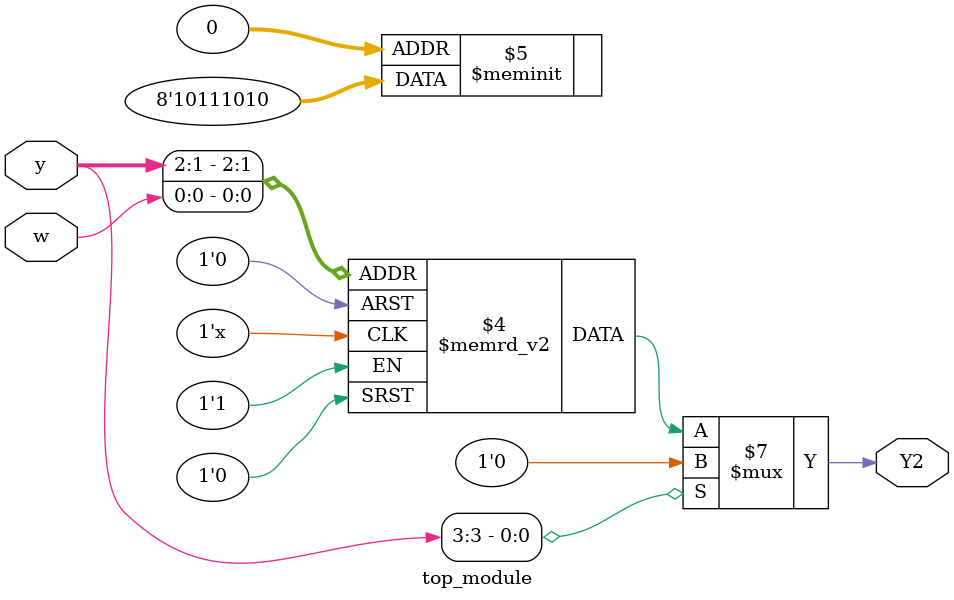
<source format=sv>
module top_module(
	input [3:1] y,
	input w,
	output reg Y2);

	always @ (y[3:1], w)
	begin
		case ({y[3:1], w})
			3'b0000: Y2 = 1'b0; // State A, input 0
			3'b0001: Y2 = 1'b1; // State A, input 1
			3'b0010: Y2 = 1'b0; // State B, input 0
			3'b0011: Y2 = 1'b1; // State B, input 1
			3'b0100: Y2 = 1'b1; // State C, input 0
			3'b0101: Y2 = 1'b1; // State C, input 1
			3'b0110: Y2 = 1'b0; // State D, input 0
			3'b0111: Y2 = 1'b1; // State D, input 1
			3'b1000: Y2 = 1'b1; // State E, input 0
			3'b1001: Y2 = 1'b1; // State E, input 1
			3'b1010: Y2 = 1'b0; // State F, input 0
			3'b1011: Y2 = 1'b1; // State F, input 1
			default: Y2 = 1'b0; // Default output
		endcase
	end
	
endmodule

</source>
